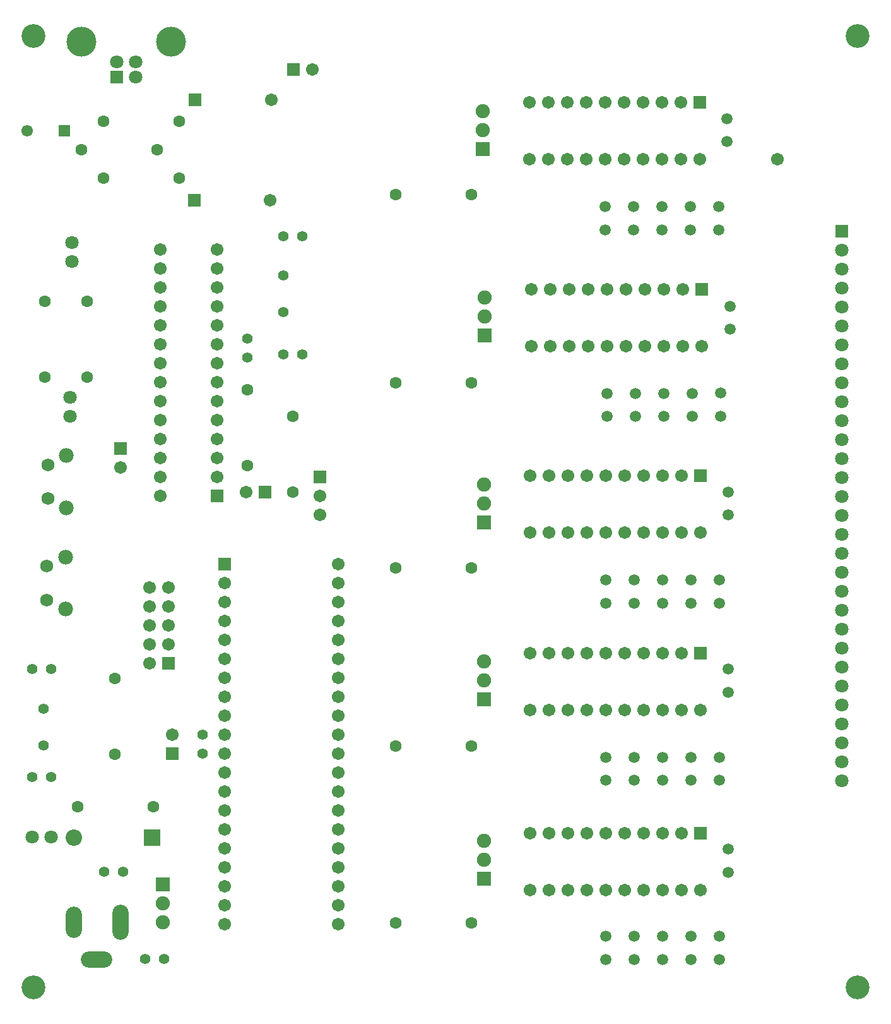
<source format=gbs>
%FSAX44Y44*%
%MOMM*%
G71*
G01*
G75*
G04 Layer_Color=16711935*
%ADD10C,0.3000*%
%ADD11C,1.2000*%
%ADD12C,0.7000*%
%ADD13C,1.4000*%
%ADD14C,1.2000*%
%ADD15R,1.5000X1.5000*%
%ADD16C,1.5000*%
%ADD17C,1.6000*%
%ADD18R,1.5000X1.5000*%
%ADD19C,3.8000*%
%ADD20R,1.6000X1.6000*%
%ADD21C,1.3500*%
%ADD22R,1.3500X1.3500*%
%ADD23C,1.5240*%
%ADD24C,1.5000*%
%ADD25R,1.5000X1.5000*%
%ADD26C,1.7000*%
%ADD27R,1.7000X1.7000*%
%ADD28C,1.3000*%
%ADD29R,1.5000X1.5000*%
%ADD30C,1.6000*%
%ADD31R,1.6000X1.6000*%
%ADD32O,4.0000X2.0000*%
%ADD33O,2.0000X4.0000*%
%ADD34O,2.0000X4.5000*%
%ADD35R,2.0000X2.0000*%
%ADD36C,2.0000*%
%ADD37C,1.7780*%
%ADD38C,3.0000*%
%ADD39C,1.5000*%
%ADD40C,0.2540*%
%ADD41C,0.2000*%
%ADD42C,0.2500*%
%ADD43C,0.2032*%
%ADD44C,0.1500*%
%ADD45R,0.8000X2.7000*%
%ADD46R,0.8000X2.8000*%
%ADD47C,1.6032*%
%ADD48C,1.4032*%
%ADD49R,1.7032X1.7032*%
%ADD50C,1.7032*%
%ADD51C,1.8032*%
%ADD52R,1.7032X1.7032*%
%ADD53C,4.0032*%
%ADD54R,1.8032X1.8032*%
%ADD55C,1.5532*%
%ADD56R,1.5532X1.5532*%
%ADD57C,1.7272*%
%ADD58C,1.7032*%
%ADD59R,1.7032X1.7032*%
%ADD60C,1.9032*%
%ADD61R,1.9032X1.9032*%
%ADD62C,1.5032*%
%ADD63R,1.7032X1.7032*%
%ADD64C,1.8032*%
%ADD65R,1.8032X1.8032*%
%ADD66O,4.2032X2.2032*%
%ADD67O,2.2032X4.2032*%
%ADD68O,2.2032X4.7032*%
%ADD69R,2.2032X2.2032*%
%ADD70C,2.2032*%
%ADD71C,1.9812*%
%ADD72C,3.2032*%
D47*
X00627680Y01410000D02*
D03*
Y01308400D02*
D03*
X00570530D02*
D03*
Y01410000D02*
D03*
X00842310Y01291890D02*
D03*
Y01190290D02*
D03*
X00903270Y01256330D02*
D03*
Y01154730D02*
D03*
X00750870Y01575100D02*
D03*
X00649270D02*
D03*
X00750870Y01651300D02*
D03*
X00649270D02*
D03*
X00721660Y01613200D02*
D03*
X00620060D02*
D03*
X00664510Y00904540D02*
D03*
Y00802940D02*
D03*
X00614980Y00733090D02*
D03*
X00716580D02*
D03*
X01143300Y00576880D02*
D03*
X01041700D02*
D03*
X01143300Y00814370D02*
D03*
X01041700D02*
D03*
X01143300Y01053130D02*
D03*
X01041700D02*
D03*
X01143300Y01300780D02*
D03*
X01041700D02*
D03*
X01143300Y01553510D02*
D03*
X01041700D02*
D03*
D48*
X00915970Y01497630D02*
D03*
X00890570D02*
D03*
X00915970Y01338880D02*
D03*
X00890570D02*
D03*
Y01396030D02*
D03*
Y01444830D02*
D03*
X00842310Y01360470D02*
D03*
Y01335070D02*
D03*
X00579420Y00917240D02*
D03*
X00554020D02*
D03*
X00579420Y00772460D02*
D03*
X00554020D02*
D03*
X00569260Y00815100D02*
D03*
Y00863900D02*
D03*
X00782620Y00829610D02*
D03*
Y00804210D02*
D03*
X00650540Y00645460D02*
D03*
X00675940D02*
D03*
X00705150Y00528620D02*
D03*
X00730550D02*
D03*
D49*
X00866440Y01154730D02*
D03*
X00801670Y01149650D02*
D03*
X00772260Y01680510D02*
D03*
X00770990Y01545890D02*
D03*
X00904540Y01721150D02*
D03*
D50*
X00841040Y01154730D02*
D03*
X00725470Y01479850D02*
D03*
Y01454450D02*
D03*
Y01429050D02*
D03*
Y01403650D02*
D03*
Y01378250D02*
D03*
Y01352850D02*
D03*
Y01327450D02*
D03*
Y01302050D02*
D03*
Y01276650D02*
D03*
Y01251250D02*
D03*
Y01225850D02*
D03*
Y01200450D02*
D03*
Y01175050D02*
D03*
Y01149650D02*
D03*
X00801670Y01479850D02*
D03*
Y01454450D02*
D03*
Y01429050D02*
D03*
Y01403650D02*
D03*
Y01378250D02*
D03*
Y01352850D02*
D03*
Y01327450D02*
D03*
Y01302050D02*
D03*
Y01276650D02*
D03*
Y01251250D02*
D03*
Y01225850D02*
D03*
Y01200450D02*
D03*
Y01175050D02*
D03*
X00672130Y01187750D02*
D03*
X00940100Y01149650D02*
D03*
Y01124250D02*
D03*
X00874260Y01680510D02*
D03*
X00872990Y01545890D02*
D03*
X00741980Y00829610D02*
D03*
X00929940Y01721150D02*
D03*
X00711500Y00924860D02*
D03*
X00736900Y00950260D02*
D03*
X00711500D02*
D03*
X00736900Y00975660D02*
D03*
X00711500D02*
D03*
X00736900Y01001060D02*
D03*
X00711500D02*
D03*
X00736900Y01026460D02*
D03*
X00711500D02*
D03*
X00629970Y00528150D02*
D03*
X00649970D02*
D03*
X00609970Y00588150D02*
D03*
Y00568150D02*
D03*
X01553510Y01600500D02*
D03*
D51*
X00607360Y01488740D02*
D03*
Y01463340D02*
D03*
X00604820Y01256330D02*
D03*
Y01281730D02*
D03*
X00692250Y01731150D02*
D03*
X00667250D02*
D03*
X00692250Y01711150D02*
D03*
X00579420Y00692450D02*
D03*
X00554020D02*
D03*
D52*
X00672130Y01213150D02*
D03*
X00940100Y01175050D02*
D03*
X00741980Y00804210D02*
D03*
X00736900Y00924860D02*
D03*
D53*
X00739950Y01758250D02*
D03*
X00619550D02*
D03*
D54*
X00667250Y01711150D02*
D03*
D55*
X00546800Y01638600D02*
D03*
D56*
X00596800D02*
D03*
D57*
X00574740Y01191200D02*
D03*
Y01146200D02*
D03*
X00573470Y01055310D02*
D03*
Y01010310D02*
D03*
D58*
X00964230Y00575610D02*
D03*
Y00601010D02*
D03*
Y00626410D02*
D03*
Y00651810D02*
D03*
Y00677210D02*
D03*
Y00702610D02*
D03*
Y00728010D02*
D03*
Y00753410D02*
D03*
Y00778810D02*
D03*
Y00804210D02*
D03*
Y00829610D02*
D03*
Y00855010D02*
D03*
Y00880410D02*
D03*
Y00905810D02*
D03*
Y00931210D02*
D03*
Y00956610D02*
D03*
Y00982010D02*
D03*
Y01007410D02*
D03*
Y01032810D02*
D03*
Y01058210D02*
D03*
X00811830Y00575610D02*
D03*
Y00601010D02*
D03*
Y00626410D02*
D03*
Y00651810D02*
D03*
Y00677210D02*
D03*
Y00702610D02*
D03*
Y00728010D02*
D03*
Y00753410D02*
D03*
Y00778810D02*
D03*
Y00804210D02*
D03*
Y00829610D02*
D03*
Y00855010D02*
D03*
Y00880410D02*
D03*
Y00905810D02*
D03*
Y00931210D02*
D03*
Y00956610D02*
D03*
Y00982010D02*
D03*
Y01007410D02*
D03*
Y01032810D02*
D03*
X01425240Y00697530D02*
D03*
X01399840D02*
D03*
X01374440D02*
D03*
X01349040D02*
D03*
X01323640D02*
D03*
X01298240D02*
D03*
X01272840D02*
D03*
X01247440D02*
D03*
X01222040D02*
D03*
X01450640Y00621330D02*
D03*
X01425240D02*
D03*
X01399840D02*
D03*
X01374440D02*
D03*
X01349040D02*
D03*
X01323640D02*
D03*
X01298240D02*
D03*
X01272840D02*
D03*
X01247440D02*
D03*
X01222040D02*
D03*
X01425240Y00938830D02*
D03*
X01399840D02*
D03*
X01374440D02*
D03*
X01349040D02*
D03*
X01323640D02*
D03*
X01298240D02*
D03*
X01272840D02*
D03*
X01247440D02*
D03*
X01222040D02*
D03*
X01450640Y00862630D02*
D03*
X01425240D02*
D03*
X01399840D02*
D03*
X01374440D02*
D03*
X01349040D02*
D03*
X01323640D02*
D03*
X01298240D02*
D03*
X01272840D02*
D03*
X01247440D02*
D03*
X01222040D02*
D03*
X01425240Y01176320D02*
D03*
X01399840D02*
D03*
X01374440D02*
D03*
X01349040D02*
D03*
X01323640D02*
D03*
X01298240D02*
D03*
X01272840D02*
D03*
X01247440D02*
D03*
X01222040D02*
D03*
X01450640Y01100120D02*
D03*
X01425240D02*
D03*
X01399840D02*
D03*
X01374440D02*
D03*
X01349040D02*
D03*
X01323640D02*
D03*
X01298240D02*
D03*
X01272840D02*
D03*
X01247440D02*
D03*
X01222040D02*
D03*
X01426510Y01426510D02*
D03*
X01401110D02*
D03*
X01375710D02*
D03*
X01350310D02*
D03*
X01324910D02*
D03*
X01299510D02*
D03*
X01274110D02*
D03*
X01248710D02*
D03*
X01223310D02*
D03*
X01451910Y01350310D02*
D03*
X01426510D02*
D03*
X01401110D02*
D03*
X01375710D02*
D03*
X01350310D02*
D03*
X01324910D02*
D03*
X01299510D02*
D03*
X01274110D02*
D03*
X01248710D02*
D03*
X01223310D02*
D03*
X01423970Y01676700D02*
D03*
X01398570D02*
D03*
X01373170D02*
D03*
X01347770D02*
D03*
X01322370D02*
D03*
X01296970D02*
D03*
X01271570D02*
D03*
X01246170D02*
D03*
X01220770D02*
D03*
X01449370Y01600500D02*
D03*
X01423970D02*
D03*
X01398570D02*
D03*
X01373170D02*
D03*
X01347770D02*
D03*
X01322370D02*
D03*
X01296970D02*
D03*
X01271570D02*
D03*
X01246170D02*
D03*
X01220770D02*
D03*
X00671970Y00565650D02*
D03*
Y00590650D02*
D03*
D59*
X00811830Y01058210D02*
D03*
D60*
X00729280Y00578150D02*
D03*
Y00603550D02*
D03*
X01159810Y00687370D02*
D03*
Y00661970D02*
D03*
Y00927400D02*
D03*
Y00902000D02*
D03*
Y01164890D02*
D03*
Y01139490D02*
D03*
X01161080Y01415080D02*
D03*
Y01389680D02*
D03*
X01158540Y01665270D02*
D03*
Y01639870D02*
D03*
D61*
X00729280Y00628950D02*
D03*
X01159810Y00636570D02*
D03*
Y00876600D02*
D03*
Y01114090D02*
D03*
X01161080Y01364280D02*
D03*
X01158540Y01614470D02*
D03*
D62*
X01487470Y00645200D02*
D03*
Y00676200D02*
D03*
Y00886500D02*
D03*
Y00917500D02*
D03*
Y01123990D02*
D03*
Y01154990D02*
D03*
X01490010Y01372910D02*
D03*
Y01403910D02*
D03*
X01486200Y01624370D02*
D03*
Y01655370D02*
D03*
X01474770Y01506260D02*
D03*
Y01537260D02*
D03*
X01436670Y01506260D02*
D03*
Y01537260D02*
D03*
X01398570Y01506260D02*
D03*
Y01537260D02*
D03*
X01360470Y01506260D02*
D03*
Y01537260D02*
D03*
X01322370Y01506260D02*
D03*
Y01537260D02*
D03*
X01477310Y01256330D02*
D03*
Y01287330D02*
D03*
X01439210Y01256070D02*
D03*
Y01287070D02*
D03*
X01401110Y01256070D02*
D03*
Y01287070D02*
D03*
X01324910Y01256070D02*
D03*
Y01287070D02*
D03*
X01363010Y01256070D02*
D03*
Y01287070D02*
D03*
X01476040Y01005880D02*
D03*
Y01036880D02*
D03*
X01437940Y01005880D02*
D03*
Y01036880D02*
D03*
X01361740Y01005880D02*
D03*
Y01036880D02*
D03*
X01399840Y01005880D02*
D03*
Y01036880D02*
D03*
X01323640Y01005880D02*
D03*
Y01036880D02*
D03*
X01476040Y00768390D02*
D03*
Y00799390D02*
D03*
X01399840Y00768390D02*
D03*
Y00799390D02*
D03*
X01361740Y00768390D02*
D03*
Y00799390D02*
D03*
X01323640Y00768390D02*
D03*
Y00799390D02*
D03*
X01437940Y00768390D02*
D03*
Y00799390D02*
D03*
X01323640Y00528360D02*
D03*
Y00559360D02*
D03*
X01361740Y00528360D02*
D03*
Y00559360D02*
D03*
X01399840Y00528360D02*
D03*
Y00559360D02*
D03*
X01437940Y00528360D02*
D03*
Y00559360D02*
D03*
X01476040Y00528360D02*
D03*
Y00559360D02*
D03*
D63*
X01450640Y00697530D02*
D03*
Y00938830D02*
D03*
Y01176320D02*
D03*
X01451910Y01426510D02*
D03*
X01449370Y01676700D02*
D03*
D64*
X01639870Y00767380D02*
D03*
Y00792780D02*
D03*
Y00818180D02*
D03*
Y00843580D02*
D03*
Y00868980D02*
D03*
Y00894380D02*
D03*
Y00919780D02*
D03*
Y00945180D02*
D03*
Y00970580D02*
D03*
Y00995980D02*
D03*
Y01021380D02*
D03*
Y01046780D02*
D03*
Y01072180D02*
D03*
Y01097580D02*
D03*
Y01122980D02*
D03*
Y01148380D02*
D03*
Y01173780D02*
D03*
Y01199180D02*
D03*
Y01224580D02*
D03*
Y01249980D02*
D03*
Y01275380D02*
D03*
Y01300780D02*
D03*
Y01326180D02*
D03*
Y01351580D02*
D03*
Y01376980D02*
D03*
Y01402380D02*
D03*
Y01427780D02*
D03*
Y01453180D02*
D03*
Y01478580D02*
D03*
D65*
Y01503980D02*
D03*
D66*
X00639970Y00528150D02*
D03*
D67*
X00609970Y00578150D02*
D03*
D68*
X00671970D02*
D03*
D69*
X00714270Y00691180D02*
D03*
D70*
X00609670D02*
D03*
D71*
X00599740Y01203700D02*
D03*
Y01133700D02*
D03*
X00598470Y01067810D02*
D03*
Y00997810D02*
D03*
D72*
X00555290Y01765600D02*
D03*
X01661460D02*
D03*
Y00490520D02*
D03*
X00555290D02*
D03*
M02*

</source>
